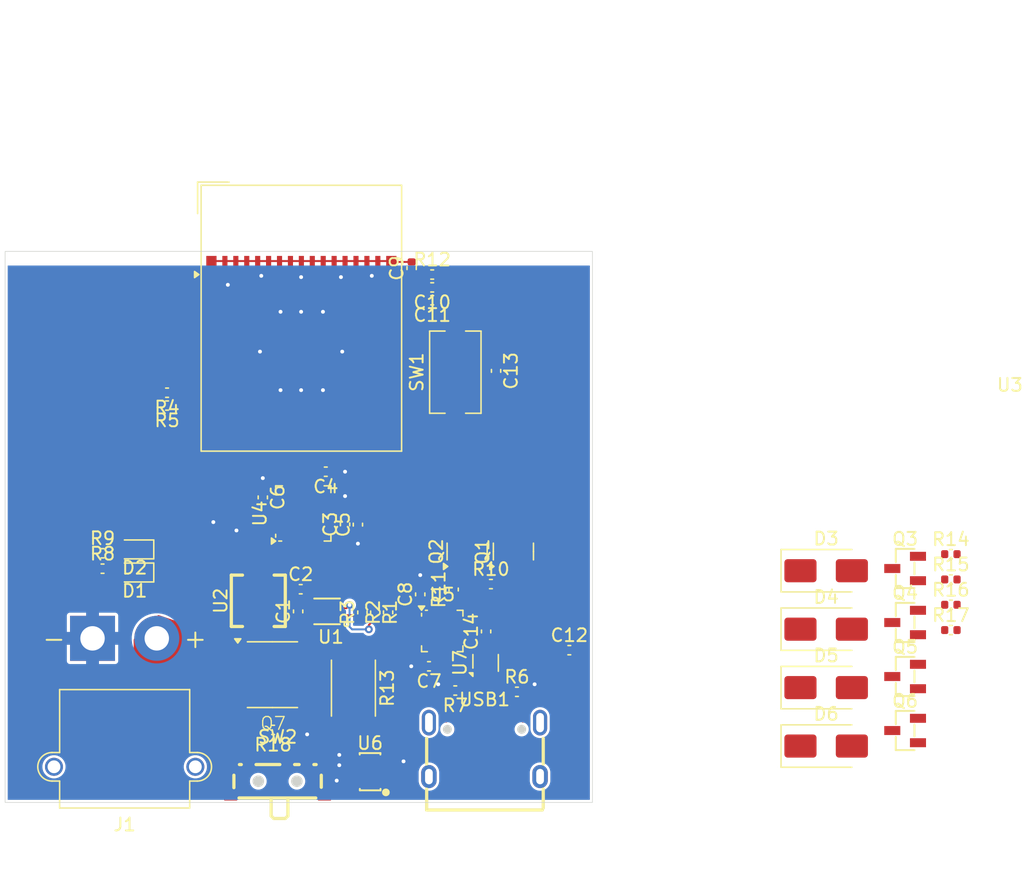
<source format=kicad_pcb>
(kicad_pcb (version 20241229) (generator "pcbnew") (generator_version "9.0")
  (layers (0 "F.Cu" signal) (2 "B.Cu" signal) (13 "F.Paste" user) (15 "B.Paste" user) (5 "F.SilkS" user "F.Silkscreen") (7 "B.SilkS" user "B.Silkscreen") (1 "F.Mask" user) (3 "B.Mask" user) (25 "Edge.Cuts" user))
  (net 0 "")
  (net 1 "+BATT")
  (net 2 "GND")
  (net 3 "+3V3")
  (net 4 "Net-(U1-FB)")
  (net 5 "Net-(U1-PG)")
  (net 6 "Net-(U1-SW)")
  (net 7 "Net-(U4-REGOUT)")
  (net 8 "Net-(U4-CPOUT)")
  (net 13 "Net-(D1-A)")
  (net 16 "Net-(D2-A)")
  (net 17 "/MCU/RTS")
  (net 21 "/MCU/CHIP_PU")
  (net 22 "Net-(D4-A)")
  (net 24 "Net-(Q1-B)")
  (net 29 "Net-(D5-A)")
  (net 36 "Net-(D6-A)")
  (net 37 "/MCU/GPIO0")
  (net 40 "/MCU/DTR")
  (net 41 "Net-(Q2-B)")
  (net 44 "/MCU/ESP_SDA")
  (net 45 "/MCU/Motor1_PWM")
  (net 46 "/MCU/ESP_SCL")
  (net 47 "Net-(USB1-CC2)")
  (net 48 "Net-(USB1-CC1)")
  (net 49 "/MCU/ESP_MOSI")
  (net 50 "/MCU/U0RXD")
  (net 51 "/MCU/ESP_SCLK")
  (net 52 "/MCU/ESP_MISO")
  (net 53 "/MCU/ESP_CS")
  (net 54 "/MCU/U0TXD")
  (net 75 "/MCU/D+")
  (net 76 "/MCU/D-")
  (net 84 "/MCU/Motor2_PWM")
  (net 85 "/MCU/Motor3_PWM")
  (net 86 "Net-(D3-A)")
  (net 87 "/MCU/Motor4_PWM")
  (net 90 "Net-(Q7-G)")
  (net 91 "Net-(Q7-D)")
  (net 97 "Net-(USB1-DN1)")
  (net 98 "Net-(USB1-DP1)")
  (net 99 "Net-(J1-+)")
  (footprint "Capacitor_SMD:C_0402_1005Metric" (layer "F.Cu") (at 154.63 64.9 90)
    (property "Reference" "C9")
    (property "Value" "1uF")
  )
  (footprint "Button_Switch_SMD:SW_Tactile_SPST_NO_Straight_CK_PTS636Sx25SMTRLFS" (layer "F.Cu") (at 158.03 73 90)
    (property "Reference" "SW1")
    (property "Value" "SW_Push")
  )
  (footprint "mini_drone:SOT-23-3_L2.9-W1.3-P1.90-LS2.4-BR" (layer "F.Cu") (at 193.03 88.28725)
    (property "Reference" "Q3")
    (property "Value" "AO3400")
  )
  (footprint "LED_SMD:LED_0603_1608Metric" (layer "F.Cu") (at 133.08 86.8 180)
    (property "Reference" "D2")
    (property "Value" "3V3 LED")
  )
  (footprint "Capacitor_SMD:C_0402_1005Metric" (layer "F.Cu") (at 152.8 91.7 90)
    (property "Reference" "R2")
    (property "Value" "162k")
  )
  (footprint "mini_drone:SW-SMD_SSSS811101" (layer "F.Cu") (at 144.2 104.4)
    (property "Reference" "SW2")
    (property "Value" "Slide_switch")
    (fp_poly (pts (xy -1.05385 0.391263) (xy -1.084254 0.277792) (xy -1.142991 0.176057) (xy -1.226057 0.092991) (xy -1.327792 0.034254) (xy -1.441263 0.00385) (xy -1.558737 0.00385) (xy -1.672208 0.034254) (xy -1.773944 0.092991) (xy -1.857009 0.176057) (xy -1.915746 0.277793) (xy -1.94615 0.391263) (xy -1.946149 0.508737) (xy -1.915745 0.622208) (xy -1.857009 0.723943) (xy -1.773944 0.807009) (xy -1.672208 0.865745) (xy -1.558737 0.89615) (xy -1.441263 0.89615) (xy -1.327792 0.865746) (xy -1.226057 0.807009) (xy -1.142991 0.723943) (xy -1.084254 0.622208) (xy -1.05385 0.508737)) (fill yes) (layer "Edge.Cuts"))
    (fp_poly (pts (xy 1.94615 0.391263) (xy 1.915746 0.277793) (xy 1.857009 0.176057) (xy 1.773944 0.092991) (xy 1.672208 0.034254) (xy 1.558737 0.00385) (xy 1.441263 0.00385) (xy 1.327792 0.034254) (xy 1.226057 0.092991) (xy 1.142991 0.176057) (xy 1.084254 0.277792) (xy 1.05385 0.391263) (xy 1.05385 0.508737) (xy 1.084254 0.622208) (xy 1.142991 0.723943) (xy 1.226057 0.807009) (xy 1.327792 0.865746) (xy 1.441263 0.89615) (xy 1.558737 0.89615) (xy 1.672208 0.865745) (xy 1.773944 0.807009) (xy 1.857009 0.723943) (xy 1.915745 0.622208) (xy 1.946149 0.508737)) (fill yes) (layer "Edge.Cuts"))
  )
  (footprint "Capacitor_SMD:C_0402_1005Metric" (layer "F.Cu") (at 158.025 97.786501 180)
    (property "Reference" "R7")
    (property "Value" "5.1k")
  )
  (footprint "Capacitor_SMD:C_0402_1005Metric" (layer "F.Cu") (at 161.2 72.9 -90)
    (property "Reference" "C13")
    (property "Value" "0.1uF")
  )
  (footprint "Package_TO_SOT_SMD:SOT-666" (layer "F.Cu") (at 160.3875 95.636501 90)
    (property "Reference" "U7")
    (property "Value" "USBLC6-2P6")
  )
  (footprint "Capacitor_SMD:C_0402_1005Metric" (layer "F.Cu") (at 143.05 82.75 -90)
    (property "Reference" "C6")
    (property "Value" "2.2nF")
  )
  (footprint "Sensor_Motion:InvenSense_QFN-24_4x4mm_P0.5mm" (layer "F.Cu") (at 146.2 84 90)
    (property "Reference" "U4")
    (property "Value" "MPU-6050")
  )
  (footprint "Capacitor_SMD:C_0402_1005Metric" (layer "F.Cu") (at 135.6 74.6 180)
    (property "Reference" "R4")
    (property "Value" "4.7k")
  )
  (footprint "Capacitor_SMD:C_0402_1005Metric" (layer "F.Cu") (at 145.8 91.625501 90)
    (property "Reference" "C1")
    (property "Value" "10uF")
  )
  (footprint "Capacitor_SMD:C_0402_1005Metric" (layer "F.Cu") (at 162.825 97.886501)
    (property "Reference" "R6")
    (property "Value" "5.1k")
  )
  (footprint "Capacitor_SMD:C_0402_1005Metric" (layer "F.Cu") (at 146 89.9)
    (property "Reference" "C2")
    (property "Value" "22uF")
  )
  (footprint "Sharing_Footprint:AMASS_XT30PW-M" (layer "F.Cu") (at 129.8 93.725 180)
    (property "Reference" "J1")
    (property "Value" "XT30PW-M")
  )
  (footprint "mini_drone:IND-SMD_L4.2-W4.0_SPM4030T" (layer "F.Cu") (at 142.7 90.8 90)
    (property "Reference" "U2")
    (property "Value" "470nH 6.9mΩ")
  )
  (footprint "Capacitor_SMD:C_0402_1005Metric" (layer "F.Cu") (at 157.9 89.92 90)
    (property "Reference" "R11")
    (property "Value" "10k")
  )
  (footprint "Capacitor_SMD:C_0402_1005Metric" (layer "F.Cu") (at 130.58 87.1)
    (property "Reference" "R9")
    (property "Value" "220")
  )
  (footprint "Diode_SMD:D_SMA" (layer "F.Cu") (at 186.885 88.46)
    (property "Reference" "D3")
    (property "Value" "SS34")
  )
  (footprint "Capacitor_SMD:C_0402_1005Metric" (layer "F.Cu") (at 150.45 84.87 90)
    (property "Reference" "C5")
    (property "Value" "0.1uF")
  )
  (footprint "Capacitor_SMD:C_0402_1005Metric" (layer "F.Cu") (at 155.98 95.9 180)
    (property "Reference" "C7")
    (property "Value" "0.1uF")
  )
  (footprint "mini_drone:SOT-23-3_L2.9-W1.3-P1.90-LS2.4-BR" (layer "F.Cu") (at 193.03 100.90075)
    (property "Reference" "Q6")
    (property "Value" "AO3400")
  )
  (footprint "Capacitor_SMD:C_0402_1005Metric" (layer "F.Cu") (at 155.3 90.3 90)
    (property "Reference" "C8")
    (property "Value" "0.1uF")
  )
  (footprint "Capacitor_SMD:C_0402_1005Metric" (layer "F.Cu") (at 196.59 89.14)
    (property "Reference" "R15")
    (property "Value" "10k")
  )
  (footprint "LED_SMD:LED_0603_1608Metric" (layer "F.Cu") (at 133.08 88.6 180)
    (property "Reference" "D1")
    (property "Value" "VBAT LED")
  )
  (footprint "Sharing_Footprint:USB-C-SMD_TYPE-C-16PIN" (layer "F.Cu") (at 160.3 102.111501)
    (property "Reference" "USB1")
    (property "Value" "USB-C 16 Pins")
    (fp_poly (pts (xy -2.542994 -1.350684) (xy -2.566641 -1.438939) (xy -2.612326 -1.518067) (xy -2.676933 -1.582674) (xy -2.75606 -1.628358) (xy -2.844316 -1.652007) (xy -2.935684 -1.652007) (xy -3.023939 -1.628358) (xy -3.103067 -1.582674) (xy -3.167674 -1.518067) (xy -3.213358 -1.438939) (xy -3.237006 -1.350684) (xy -3.237006 -1.259316) (xy -3.213358 -1.171061) (xy -3.167674 -1.091933) (xy -3.103067 -1.027326) (xy -3.023939 -0.981642) (xy -2.935684 -0.957994) (xy -2.844316 -0.957994) (xy -2.756061 -0.981642) (xy -2.676933 -1.027326) (xy -2.612326 -1.091933) (xy -2.566642 -1.171061) (xy -2.542994 -1.259316)) (fill yes) (layer "Edge.Cuts"))
    (fp_poly (pts (xy 3.237006 -1.350684) (xy 3.213358 -1.438939) (xy 3.167674 -1.518067) (xy 3.103067 -1.582674) (xy 3.023939 -1.628358) (xy 2.935684 -1.652007) (xy 2.844316 -1.652007) (xy 2.75606 -1.628358) (xy 2.676933 -1.582674) (xy 2.612326 -1.518067) (xy 2.566641 -1.438939) (xy 2.542994 -1.350684) (xy 2.542994 -1.259316) (xy 2.566642 -1.171061) (xy 2.612326 -1.091933) (xy 2.676933 -1.027326) (xy 2.756061 -0.981642) (xy 2.844316 -0.957994) (xy 2.935684 -0.957994) (xy 3.023939 -0.981642) (xy 3.103067 -1.027326) (xy 3.167674 -1.091933) (xy 3.213358 -1.171061) (xy 3.237006 -1.259316)) (fill yes) (layer "Edge.Cuts"))
  )
  (footprint "Capacitor_SMD:C_0402_1005Metric" (layer "F.Cu") (at 196.59 91.11)
    (property "Reference" "R16")
    (property "Value" "10k")
  )
  (footprint "Capacitor_SMD:C_0402_1005Metric" (layer "F.Cu") (at 135.6 75.6 180)
    (property "Reference" "R5")
    (property "Value" "4.7k")
  )
  (footprint "Capacitor_SMD:C_0402_1005Metric" (layer "F.Cu") (at 156.23 67.4 180)
    (property "Reference" "C11")
    (property "Value" "10uF")
  )
  (footprint "Package_TO_SOT_SMD:SOT-23" (layer "F.Cu") (at 162.55 86.9625 90)
    (property "Reference" "Q1")
    (property "Value" "SS8050")
  )
  (footprint "Capacitor_SMD:C_0402_1005Metric" (layer "F.Cu") (at 196.59 93.08)
    (property "Reference" "R17")
    (property "Value" "10k")
  )
  (footprint "Diode_SMD:D_SMA" (layer "F.Cu") (at 186.885 102.11)
    (property "Reference" "D6")
    (property "Value" "SS34")
  )
  (footprint "Capacitor_SMD:C_0402_1005Metric" (layer "F.Cu") (at 150.8 91.705 90)
    (property "Reference" "R3")
    (property "Value" "1000k")
  )
  (footprint "Capacitor_SMD:C_0402_1005Metric" (layer "F.Cu") (at 149.45 84.85 90)
    (property "Reference" "C3")
    (property "Value" "10nF")
  )
  (footprint "Capacitor_SMD:C_0402_1005Metric" (layer "F.Cu") (at 156.23 66.4 180)
    (property "Reference" "C10")
    (property "Value" "0.1uF")
  )
  (footprint "Package_DFN_QFN:WCH_QFN-16-1EP_3x3mm_P0.5mm_EP1.8x1.8mm" (layer "F.Cu") (at 157.0125 93.15)
    (property "Reference" "U5")
    (property "Value" "CH343P")
  )
  (footprint "Resistor_SMD:R_2512_6332Metric" (layer "F.Cu") (at 150.1 97.6 -90)
    (property "Reference" "R13")
    (property "Value" "10m")
  )
  (footprint "mini_drone:SOT-23-8_L2.9-W1.6-P0.65-LS2.8-BR" (layer "F.Cu") (at 151.4 104.10775)
    (property "Reference" "U6")
    (property "Value" "INA236AIDDFR")
  )
  (footprint "Capacitor_SMD:C_0402_1005Metric" (layer "F.Cu") (at 160.425 93.186501 90)
    (property "Reference" "C14")
    (property "Value" "0.1uF")
  )
  (footprint "Capacitor_SMD:C_0402_1005Metric" (layer "F.Cu") (at 156.23 65.4)
    (property "Reference" "R12")
    (property "Value" "10k")
  )
  (footprint "Capacitor_SMD:C_0402_1005Metric" (layer "F.Cu") (at 130.58 88.3)
    (property "Reference" "R8")
    (property "Value" "510")
  )
  (footprint "Capacitor_SMD:C_0402_1005Metric" (layer "F.Cu") (at 166.9 94.645)
    (property "Reference" "C12")
    (property "Value" "0.1uF")
  )
  (footprint "Capacitor_SMD:C_0402_1005Metric" (layer "F.Cu") (at 143.85 100.852501 180)
    (property "Reference" "R18")
    (property "Value" "10k")
  )
  (footprint "Capacitor_SMD:C_0402_1005Metric" (layer "F.Cu") (at 151.8 91.705 -90)
    (property "Reference" "R1")
    (property "Value" "510k")
  )
  (footprint "Package_TO_SOT_SMD:SOT-23" (layer "F.Cu") (at 158.95 86.9625 90)
    (property "Reference" "Q2")
    (property "Value" "SS8050")
  )
  (footprint "RF_Module:ESP32-S2-MINI-1" (layer "F.Cu") (at 146.05 68.8)
    (property "Reference" "U3")
    (property "Value" "ESP32-S3-MINI-1")
  )
  (footprint "Capacitor_SMD:C_0402_1005Metric" (layer "F.Cu") (at 147.95 80.75 180)
    (property "Reference" "C4")
    (property "Value" "0.1uF")
  )
  (footprint "Diode_SMD:D_SMA" (layer "F.Cu") (at 186.885 93.01)
    (property "Reference" "D4")
    (property "Value" "SS34")
  )
  (footprint "Diode_SMD:D_SMA" (layer "F.Cu") (at 186.885 97.56)
    (property "Reference" "D5")
    (property "Value" "SS34")
  )
  (footprint "mini_drone:VSON-7_L2.0-W2.0-P0.5-TL" (layer "F.Cu") (at 148.275 91.625501 180)
    (property "Reference" "U1")
    (property "Value" "TPS62085RLTR")
  )
  (footprint "Capacitor_SMD:C_0402_1005Metric" (layer "F.Cu") (at 196.59 87.17)
    (property "Reference" "R14")
    (property "Value" "10k")
  )
  (footprint "Capacitor_SMD:C_0402_1005Metric" (layer "F.Cu") (at 160.8 89.5)
    (property "Reference" "R10")
    (property "Value" "10k")
  )
  (footprint "mini_drone:SOT-23-3_L2.9-W1.3-P1.90-LS2.4-BR" (layer "F.Cu") (at 193.03 92.49175)
    (property "Reference" "Q4")
    (property "Value" "AO3400")
  )
  (footprint "mini_drone:AO4407A" (layer "F.Cu") (at 143.85 100.852501)
    (property "Reference" "Q7")
    (property "Value" "AO4407A")
  )
  (footprint "mini_drone:SOT-23-3_L2.9-W1.3-P1.90-LS2.4-BR" (layer "F.Cu") (at 193.03 96.69625)
    (property "Reference" "Q5")
    (property "Value" "AO3400")
  )
  (gr_rect (start 123 63.6) (end 168.7 106.5) (stroke (width 0.05)) (fill no) (layer "Edge.Cuts"))
  (segment (start 154.6 102) (end 153.8 101.2) (width 0.2) (layer "F.Cu") (net 1))
  (segment (start 153.8 101.2) (end 153.8 98.3375) (width 0.2) (layer "F.Cu") (net 1))
  (segment (start 158.058006 99.894507) (end 158.058006 101.141994) (width 0.2) (layer "F.Cu") (net 1))
  (segment (start 150.09 94.6475) (end 150.1 94.6375) (width 0.2) (layer "F.Cu") (net 1))
  (segment (start 162.7 100.3) (end 161 102) (width 0.2) (layer "F.Cu") (net 1))
  (segment (start 160.3875 94.711501) (end 160.3875 93.704001) (width 0.15) (layer "F.Cu") (net 1))
  (segment (start 158.058006 101.141994) (end 157.2 102) (width 0.2) (layer "F.Cu") (net 1))
  (segment (start 161 102) (end 156.5 102) (width 0.2) (layer "F.Cu") (net 1))
  (segment (start 157.9 99.736501) (end 158.058006 99.894507) (width 0.2) (layer "F.Cu") (net 1))
  (segment (start 153.96725 104.43275) (end 154.6 103.8) (width 0.2) (layer "F.Cu") (net 1))
  (segment (start 160.3875 93.704001) (end 160.425 93.666501) (width 0.15) (layer "F.Cu") (net 1))
  (segment (start 153.8 98.3375) (end 150.1 94.6375) (width 0.2) (layer "F.Cu") (net 1))
  (segment (start 162.7 99.736501) (end 162.7 100.3) (width 0.2) (layer "F.Cu") (net 1))
  (segment (start 152.626 104.43275) (end 153.96725 104.43275) (width 0.2) (layer "F.Cu") (net 1))
  (segment (start 157.2 102) (end 156.5 102) (width 0.2) (layer "F.Cu") (net 1))
  (segment (start 156.5 102) (end 154.6 102) (width 0.2) (layer "F.Cu") (net 1))
  (segment (start 154.6 103.8) (end 154.6 102) (width 0.2) (layer "F.Cu") (net 1))
  (segment (start 150.174 104.43275) (end 149.16725 104.43275) (width 0.15) (layer "F.Cu") (net 2))
  (segment (start 157.545 97.786501) (end 157.186501 97.786501) (width 0.15) (layer "F.Cu") (net 2))
  (segment (start 146.45 101.25) (end 146.5 101.2) (width 0.15) (layer "F.Cu") (net 2))
  (segment (start 150.45 85.35) (end 150.45 86.35) (width 0.15) (layer "F.Cu") (net 2))
  (segment (start 149.45 84.37) (end 149.47 84.37) (width 0.15) (layer "F.Cu") (net 2))
  (segment (start 147.7 69.7) (end 147.7 68.33) (width 0.15) (layer "F.Cu") (net 2))
  (segment (start 144.4 71.35) (end 147.7 71.35) (width 0.15) (layer "F.Cu") (net 2))
  (segment (start 148.15 84.25) (end 149.27 84.25) (width 0.15) (layer "F.Cu") (net 2))
  (segment (start 146.05 68.32) (end 146.03 68.3) (width 0.15) (layer "F.Cu") (net 2))
  (segment (start 139.05 66.25) (end 139.05 64.35) (width 0.15) (layer "F.Cu") (net 2))
  (segment (start 153.51725 103.78275) (end 154 103.3) (width 0.15) (layer "F.Cu") (net 2))
  (segment (start 142.65 65.22) (end 142.93 65.5) (width 0.15) (layer "F.Cu") (net 2))
  (segment (start 146.05 74.38) (end 146.03 74.4) (width 0.15) (layer "F.Cu") (net 2))
  (segment (start 157.1 98.131501) (end 157.445 97.786501) (width 0.15) (layer "F.Cu") (net 2))
  (segment (start 163.305 97.695) (end 163.305 97.886501) (width 0.15) (layer "F.Cu") (net 2))
  (segment (start 152.626 103.78275) (end 153.51725 103.78275) (width 0.15) (layer "F.Cu") (net 2))
  (segment (start 163.5 98.081501) (end 163.305 97.886501) (width 0.15) (layer "F.Cu") (net 2))
  (segment (start 146.05 65.58) (end 146.03 65.6) (width 0.15) (layer "F.Cu") (net 2))
  (segment (start 142.88 71.35) (end 142.83 71.4) (width 0.15) (layer "F.Cu") (net 2))
  (segment (start 149.45 83.15) (end 149.35 83.25) (width 0.15) (layer "F.Cu") (net 2))
  (segment (start 148.43 80.75) (end 149.45 80.75) (width 0.15) (layer "F.Cu") (net 2))
  (segment (start 140.28 66.25) (end 140.33 66.2) (width 0.15) (layer "F.Cu") (net 2))
  (segment (start 147.7 73) (end 147.7 74.37) (width 0.15) (layer "F.Cu") (net 2))
  (segment (start 149.35 83.25) (end 148.15 83.25) (width 0.15) (layer "F.Cu") (net 2))
  (segment (start 142.65 64.35) (end 142.65 65.22) (width 0.15) (layer "F.Cu") (net 2))
  (segment (start 147.7 68.33) (end 147.73 68.3) (width 0.15) (layer "F.Cu") (net 2))
  (segment (start 149.45 64.35) (end 149.45 65.28) (width 0.15) (layer "F.Cu") (net 2))
  (segment (start 149.16725 104.43275) (end 148.8 104.8) (width 0.15) (layer "F.Cu") (net 2))
  (segment (start 153.12 64.42) (end 153.05 64.35) (width 0.15) (layer "F.Cu") (net 2))
  (segment (start 147.7 74.37) (end 147.73 74.4) (width 0.15) (layer "F.Cu") (net 2))
  (segment (start 144.4 74.37) (end 144.4 73) (width 0.15) (layer "F.Cu") (net 2))
  (segment (start 149.47 84.37) (end 150.45 85.35) (width 0.15) (layer "F.Cu") (net 2))
  (segment (start 143.05 82.27) (end 143.05 81.25) (width 0.15) (layer "F.Cu") (net 2))
  (segment (start 163.5 99.736501) (end 163.5 98.081501) (width 0.15) (layer "F.Cu") (net 2))
  (segment (start 147.7 71.35) (end 149.18 71.35) (width 0.15) (layer "F.Cu") (net 2))
  (segment (start 149.45 65.28) (end 149.13 65.6) (width 0.15) (layer "F.Cu") (net 2))
  (segment (start 152 65.03) (end 151.53 65.5) (width 0.15) (layer "F.Cu") (net 2))
  (segment (start 146.05 73) (end 146.05 74.38) (width 0.15) (layer "F.Cu") (net 2))
  (segment (start 144.4 69.7) (end 144.4 68.33) (width 0.15) (layer "F.Cu") (net 2))
  (segment (start 146.45 102.85) (end 146.45 101.25) (width 0.15) (layer "F.Cu") (net 2))
  (segment (start 154.63 64.42) (end 153.12 64.42) (width 0.15) (layer "F.Cu") (net 2))
  (segment (start 157.1 99.736501) (end 157.1 98.131501) (width 0.15) (layer "F.Cu") (net 2))
  (segment (start 144.4 71.35) (end 142.88 71.35) (width 0.15) (layer "F.Cu") (net 2))
  (segment (start 146.05 69.7) (end 146.05 68.32) (width 0.15) (layer "F.Cu") (net 2))
  (segment (start 163.7 97.3) (end 163.305 97.695) (width 0.15) (layer "F.Cu") (net 2))
  (segment (start 157.186501 97.786501) (end 156.7 97.3) (width 0.15) (layer "F.Cu") (net 2))
  (segment (start 149.18 71.35) (end 149.23 71.4) (width 0.15) (layer "F.Cu") (net 2))
  (segment (start 143.05 82.27) (end 144.73 82.27) (width 0.15) (layer "F.Cu") (net 2))
  (segment (start 158.03 76.875) (end 161.2 73.705) (width 0.15) (layer "F.Cu") (net 2))
  (segment (start 155.5 95.9) (end 154.6 95.9) (width 0.15) (layer "F.Cu") (net 2))
  (segment (start 149.45 82.65) (end 149.45 83.15) (width 0.15) (layer "F.Cu") (net 2))
  (segment (start 161.2 73.705) (end 161.2 73.38) (width 0.15) (layer "F.Cu") (net 2))
  (segment (start 155.75 67.4) (end 155.75 66.4) (width 0.15) (layer "F.Cu") (net 2))
  (segment (start 164.2 97.3) (end 163.7 97.3) (width 0.15) (layer "F.Cu") (net 2))
  (segment (start 152 64.35) (end 152 65.03) (width 0.15) (layer "F.Cu") (net 2))
  (segment (start 146.05 64.35) (end 146.05 65.58) (width 0.15) (layer "F.Cu") (net 2))
  (segment (start 139.05 66.25) (end 140.28 66.25) (width 0.15) (layer "F.Cu") (net 2))
  (segment (start 144.73 82.27) (end 144.95 82.05) (width 0.15) (layer "F.Cu") (net 2))
  (segment (start 155.3 89.82) (end 155.3 88.8) (width 0.15) (layer "F.Cu") (net 2))
  (segment (start 153.05 67.95) (end 153.05 67.1) (width 0.15) (layer "F.Cu") (net 2))
  (segment (start 139.05 64.35) (end 153.05 64.35) (width 0.15) (layer "F.Cu") (net 2))
  (segment (start 156.7625 92.9) (end 157.0125 93.15) (width 0.15) (layer "F.Cu") (net 2))
  (segment (start 144.43 74.4) (end 144.4 74.37) (width 0.15) (layer "F.Cu") (net 2))
  (segment (start 144.4 68.33) (end 144.43 68.3) (width 0.15) (layer "F.Cu") (net 2))
  (segment (start 155.525 92.9) (end 156.7625 92.9) (width 0.15) (layer "F.Cu") (net 2))
  (via (at 149.45 82.65) (size 0.6) (drill 0.3) (layers "F.Cu" "B.Cu") (net 2))
  (via (at 144.43 68.3) (size 0.6) (drill 0.3) (layers "F.Cu" "B.Cu") (net 2))
  (via (at 142.83 71.4) (size 0.6) (drill 0.3) (layers "F.Cu" "B.Cu") (net 2))
  (via (at 142.93 65.5) (size 0.6) (drill 0.3) (layers "F.Cu" "B.Cu") (net 2))
  (via (at 148.8 104.8) (size 0.6) (drill 0.3) (layers "F.Cu" "B.Cu") (net 2))
  (via (at 149.13 65.6) (size 0.6) (drill 0.3) (layers "F.Cu" "B.Cu") (net 2))
  (via (at 143.05 81.25) (size 0.6) (drill 0.3) (layers "F.Cu" "B.Cu") (net 2))
  (via (at 146.03 74.4) (size 0.6) (drill 0.3) (layers "F.Cu" "B.Cu") (net 2))
  (via (at 155.3 88.8) (size 0.6) (drill 0.3) (layers "F.Cu" "B.Cu") (net 2))
  (via (at 146.5 101.2) (size 0.6) (drill 0.3) (layers "F.Cu" "B.Cu") (net 2))
  (via (at 151.53 65.5) (size 0.6) (drill 0.3) (layers "F.Cu" "B.Cu") (net 2))
  (via (at 164.2 97.3) (size 0.6) (drill 0.3) (layers "F.Cu" "B.Cu") (net 2))
  (via (at 149.45 80.75) (size 0.6) (drill 0.3) (layers "F.Cu" "B.Cu") (net 2))
  (via (at 154 103.3) (size 0.6) (drill 0.3) (layers "F.Cu" "B.Cu") (net 2))
  (via (at 146.03 65.6) (size 0.6) (drill 0.3) (layers "F.Cu" "B.Cu") (net 2))
  (via (at 149.23 71.4) (size 0.6) (drill 0.3) (layers "F.Cu" "B.Cu") (net 2))
  (via (at 147.73 68.3) (size 0.6) (drill 0.3) (layers "F.Cu" "B.Cu") (net 2))
  (via (at 146.03 68.3) (size 0.6) (drill 0.3) (layers "F.Cu" "B.Cu") (net 2))
  (via (at 144.43 74.4) (size 0.6) (drill 0.3) (layers "F.Cu" "B.Cu") (net 2))
  (via (at 140.33 66.2) (size 0.6) (drill 0.3) (layers "F.Cu" "B.Cu") (net 2))
  (via (at 154.6 95.9) (size 0.6) (drill 0.3) (layers "F.Cu" "B.Cu") (net 2))
  (via (at 156.7 97.3) (size 0.6) (drill 0.3) (layers "F.Cu" "B.Cu") (net 2))
  (via (at 147.73 74.4) (size 0.6) (drill 0.3) (layers "F.Cu" "B.Cu") (net 2))
  (via (at 150.45 86.35) (size 0.6) (drill 0.3) (layers "F.Cu" "B.Cu") (net 2))
  (segment (start 149.5 90.325) (end 150.2 90.325) (width 0.2) (layer "F.Cu") (net 3))
  (segment (start 154.551 93.051) (end 154.551 91.049) (width 0.15) (layer "F.Cu") (net 3))
  (segment (start 150.78 91.205) (end 150.8 91.225) (width 0.2) (layer "F.Cu") (net 3))
  (segment (start 147.45 82.05) (end 147.45 80.77) (width 0.15) (layer "F.Cu") (net 3))
  (segment (start 155.3 92.175) (end 155.3 90.78) (width 0.15) (layer "F.Cu") (net 3))
  (segment (start 154.9 90.7) (end 155.22 90.7) (width 0.15) (layer "F.Cu") (net 3))
  (segment (start 148.15 84.75) (end 148.87 84.75) (width 0.15) (layer "F.Cu") (net 3))
  (segment (start 156.46 95.9) (end 156.7625 95.5975) (width 0.15) (layer "F.Cu") (net 3))
  (segment (start 148.949 90.876) (end 149.5 90.325) (width 0.2) (layer "F.Cu") (net 3))
  (segment (start 150.8 91.225) (end 151.8 91.225) (width 0.2) (layer "F.Cu") (net 3))
  (segment (start 154.9 93.4) (end 154.551 93.051) (width 0.15) (layer "F.Cu") (net 3))
  (segment (start 155.22 90.7) (end 155.3 90.78) (width 0.15) (layer "F.Cu") (net 3))
  (segment (start 154.551 91.049) (end 154.9 90.7) (width 0.15) (layer "F.Cu") (net 3))
  (segment (start 148.87 84.75) (end 149.45 85.33) (width 0.15) (layer "F.Cu") (net 3))
  (segment (start 150.2 90.325) (end 150.78 90.905) (width 0.2) (layer "F.Cu") (net 3))
  (segment (start 150.78 90.905) (end 150.78 91.205) (width 0.2) (layer "F.Cu") (net 3))
  (segment (start 155.525 93.4) (end 154.9 93.4) (width 0.15) (layer "F.Cu") (net 3))
  (segment (start 156.7625 95.5975) (end 156.7625 94.6375) (width 0.15) (layer "F.Cu") (net 3))
  (segment (start 135.12 75.6) (end 135.12 74.6) (width 0.15) (layer "F.Cu") (net 3))
  (segment (start 155.525 92.4) (end 155.3 92.175) (width 0.15) (layer "F.Cu") (net 3))
  (segment (start 147.45 80.77) (end 147.47 80.75) (width 0.15) (layer "F.Cu") (net 3))
  (segment (start 151.8 92.185) (end 152.8 92.185) (width 0.15) (layer "F.Cu") (net 4))
  (segment (start 148.949 91.376001) (end 149.548999 91.376001) (width 0.15) (layer "F.Cu") (net 4))
  (segment (start 151.3 93.025) (end 151.3 92.685) (width 0.15) (layer "F.Cu") (net 4))
  (segment (start 151.3 92.685) (end 151.8 92.185) (width 0.15) (layer "F.Cu") (net 4))
  (segment (start 149.548999 91.376001) (end 149.8 91.125) (width 0.15) (layer "F.Cu") (net 4))
  (via (at 149.8 91.125) (size 0.6) (drill 0.3) (layers "F.Cu" "B.Cu") (net 4))
  (via (at 151.3 93.025) (size 0.6) (drill 0.3) (layers "F.Cu" "B.Cu") (net 4))
  (segment (start 149.8 92.825) (end 150 93.025) (width 0.15) (layer "B.Cu") (net 4))
  (segment (start 149.8 91.125) (end 149.8 92.825) (width 0.15) (layer "B.Cu") (net 4))
  (segment (start 150 93.025) (end 151.3 93.025) (width 0.15) (layer "B.Cu") (net 4))
  (segment (start 149.024 91.949001) (end 150.564001 91.949001) (width 0.2) (layer "F.Cu") (net 5))
  (segment (start 148.949 91.874001) (end 149.024 91.949001) (width 0.2) (layer "F.Cu") (net 5))
  (segment (start 150.564001 91.949001) (end 150.8 92.185) (width 0.2) (layer "F.Cu") (net 5))
  (segment (start 143.510499 90.589501) (end 142.7 91.4) (width 0.15) (layer "F.Cu") (net 6))
  (segment (start 146.699999 91.625001) (end 146.5 91.425002) (width 0.15) (layer "F.Cu") (net 6))
  (segment (start 146.289501 90.589501) (end 143.510499 90.589501) (width 0.15) (layer "F.Cu") (net 6))
  (segment (start 146.5 90.8) (end 146.289501 90.589501) (width 0.15) (layer "F.Cu") (net 6))
  (segment (start 142.7 91.4) (end 142.7 92.4) (width 0.15) (layer "F.Cu") (net 6))
  (segment (start 146.5 91.425002) (end 146.5 90.8) (width 0.15) (layer "F.Cu") (net 6))
  (segment (start 147.599999 91.625001) (end 146.699999 91.625001) (width 0.15) (layer "F.Cu") (net 6))
  (segment (start 149.81 83.75) (end 150.45 84.39) (width 0.15) (layer "F.Cu") (net 7))
  (segment (start 148.15 83.75) (end 149.81 83.75) (width 0.15) (layer "F.Cu") (net 7))
  (segment (start 144.25 83.25) (end 143.07 83.25) (width 0.15) (layer "F.Cu") (net 8))
  (segment (start 143.07 83.25) (end 143.05 83.23) (width 0.15) (layer "F.Cu") (net 8))
  (segment (start 163.5 87.9) (end 162.944112 87.9) (width 0.15) (layer "F.Cu") (net 17))
  (segment (start 161.930612 86.8865) (end 159.432611 86.8865) (width 0.15) (layer "F.Cu") (net 17))
  (segment (start 162.944112 87.9) (end 161.930612 86.8865) (width 0.15) (layer "F.Cu") (net 17))
  (segment (start 159 89.9) (end 158.5 90.4) (width 0.15) (layer "F.Cu") (net 17))
  (segment (start 159 87.319111) (end 159 89.9) (width 0.15) (layer "F.Cu") (net 17))
  (segment (start 158.5 90.4) (end 157.9 90.4) (width 0.15) (layer "F.Cu") (net 17))
  (segment (start 159.432611 86.8865) (end 159 87.319111) (width 0.15) (layer "F.Cu") (net 17))
  (segment (start 157.7625 90.5375) (end 157.9 90.4) (width 0.15) (layer "F.Cu") (net 17))
  (segment (start 157.7625 91.6625) (end 157.7625 90.5375) (width 0.15) (layer "F.Cu") (net 17))
  (segment (start 154.61 65.4) (end 154.63 65.38) (width 0.15) (layer "F.Cu") (net 21))
  (segment (start 158.03 69.25) (end 161.2 72.42) (width 0.15) (layer "F.Cu") (net 21))
  (segment (start 154.63 68) (end 154.63 65.38) (width 0.15) (layer "F.Cu") (net 21))
  (segment (start 158.03 69.125) (end 155.755 69.125) (width 0.15) (layer "F.Cu") (net 21))
  (segment (start 155.73 65.38) (end 155.75 65.4) (width 0.15) (layer "F.Cu") (net 21))
  (segment (start 153.05 65.4) (end 154.61 65.4) (width 0.15) (layer "F.Cu") (net 21))
  (segment (start 158.03 69.125) (end 158.03 69.25) (width 0.15) (layer "F.Cu") (net 21))
  (segment (start 155.755 69.125) (end 154.63 68) (width 0.15) (layer "F.Cu") (net 21))
  (segment (start 154.63 65.38) (end 155.73 65.38) (width 0.15) (layer "F.Cu") (net 21))
  (segment (start 161.08 88.42) (end 161.6 87.9) (width 0.15) (layer "F.Cu") (net 24))
  (segment (start 161.08 89.5) (end 161.08 88.42) (width 0.15) (layer "F.Cu") (net 24))
  (segment (start 160.32 88.32) (end 159.9 87.9) (width 0.15) (layer "F.Cu") (net 40))
  (segment (start 160.12 89.5) (end 160.32 89.3) (width 0.15) (layer "F.Cu") (net 40))
  (segment (start 160.32 89.3) (end 160.32 88.32) (width 0.15) (layer "F.Cu") (net 40))
  (segment (start 158.5 92.4) (end 160.32 90.58) (width 0.15) (layer "F.Cu") (net 40))
  (segment (start 160.32 90.58) (end 160.32 89.5) (width 0.15) (layer "F.Cu") (net 40))
  (segment (start 157.9 89.44) (end 157.9 88) (width 0.15) (layer "F.Cu") (net 41))
  (segment (start 157.9 88) (end 158 87.9) (width 0.15) (layer "F.Cu") (net 41))
  (segment (start 141 85.325) (end 141.075 85.25) (width 0.15) (layer "F.Cu") (net 44))
  (segment (start 141.075 85.25) (end 144.25 85.25) (width 0.15) (layer "F.Cu") (net 44))
  (segment (start 141 85.325) (end 137.925 85.325) (width 0.15) (layer "F.Cu") (net 44))
  (segment (start 134.6 74) (end 135.48 74) (width 0.15) (layer "F.Cu") (net 44))
  (segment (start 134.1 81.5) (end 134.1 74.5) (width 0.15) (layer "F.Cu") (net 44))
  (segment (start 150.174 103.78275) (end 149.18275 103.78275) (width 0.15) (layer "F.Cu") (net 44))
  (segment (start 135.48 74) (end 136.08 74.6) (width 0.15) (layer "F.Cu") (net 44))
  (segment (start 136.08 74.6) (end 138.9 74.6) (width 0.15) (layer "F.Cu") (net 44))
  (segment (start 137.925 85.325) (end 134.1 81.5) (width 0.15) (layer "F.Cu") (net 44))
  (segment (start 138.9 74.6) (end 139.05 74.75) (width 0.15) (layer "F.Cu") (net 44))
  (segment (start 134.1 74.5) (end 134.6 74) (width 0.15) (layer "F.Cu") (net 44))
  (segment (start 149.18275 103.78275) (end 149 103.6) (width 0.15) (layer "F.Cu") (net 44))
  (via (at 141 85.325) (size 0.6) (drill 0.3) (layers "F.Cu" "B.Cu") (net 44))
  (via (at 149 103.6) (size 0.6) (drill 0.3) (layers "F.Cu" "B.Cu") (net 44))
  (segment (start 143.7 100.8) (end 128.603612 100.8) (width 0.15) (layer "B.Cu") (net 44))
  (segment (start 131.799 84.099) (end 139.774 84.099) (width 0.15) (layer "B.Cu") (net 44))
  (segment (start 139.774 84.099) (end 141 85.325) (width 0.15) (layer "B.Cu") (net 44))
  (segment (start 128.603612 100.8) (end 126.1 98.296388) (width 0.15) (layer "B.Cu") (net 44))
  (segment (start 126.1 98.296388) (end 126.1 98) (width 0.15) (layer "B.Cu") (net 44))
  (segment (start 131.454612 84.349) (end 131.549 84.349) (width 0.15) (layer "B.Cu") (net 44))
  (segment (start 146.5 103.6) (end 143.7 100.8) (width 0.15) (layer "B.Cu") (net 44))
  (segment (start 126.1 89.703612) (end 131.454612 84.349) (width 0.15) (layer "B.Cu") (net 44))
  (segment (start 131.549 84.349) (end 131.799 84.099) (width 0.15) (layer "B.Cu") (net 44))
  (segment (start 126.1 98) (end 126.1 89.703612) (width 0.15) (layer "B.Cu") (net 44))
  (segment (start 149 103.6) (end 146.5 103.6) (width 0.15) (layer "B.Cu") (net 44))
  (segment (start 136.08 82.98) (end 136.08 75.6) (width 0.15) (layer "F.Cu") (net 46))
  (segment (start 150.174 103.13275) (end 149.84125 102.8) (width 0.15) (layer "F.Cu") (net 46))
  (segment (start 136.08 75.6) (end 139.05 75.6) (width 0.15) (layer "F.Cu") (net 46))
  (segment (start 144.25 84.75) (end 139.15 84.75) (width 0.15) (layer "F.Cu") (net 46))
  (segment (start 137.775 84.675) (end 136.08 82.98) (width 0.15) (layer "F.Cu") (net 46))
  (segment (start 149.84125 102.8) (end 149 102.8) (width 0.15) (layer "F.Cu") (net 46))
  (segment (start 139.2 84.675) (end 137.775 84.675) (width 0.15) (layer "F.Cu") (net 46))
  (via (at 149 102.8) (size 0.6) (drill 0.3) (layers "F.Cu" "B.Cu") (net 46))
  (via (at 139.2 84.675) (size 0.6) (drill 0.3) (layers "F.Cu" "B.Cu") (net 46))
  (segment (start 126.5 98.2) (end 126.5 89.8) (width 0.15) (layer "B.Cu") (net 46))
  (segment (start 139.175 84.7) (end 139.2 84.675) (width 0.15) (layer "B.Cu") (net 46))
  (segment (start 126.5 89.8) (end 131.6 84.7) (width 0.15) (layer "B.Cu") (net 46))
  (segment (start 128.5 100.2) (end 126.5 98.2) (width 0.15) (layer "B.Cu") (net 46))
  (segment (start 146.4 100.2) (end 128.5 100.2) (width 0.15) (layer "B.Cu") (net 46))
  (segment (start 149 102.8) (end 146.4 100.2) (width 0.15) (layer "B.Cu") (net 46))
  (segment (start 131.6 84.7) (end 139.175 84.7) (width 0.15) (layer "B.Cu") (net 46))
  (segment (start 162.049999 99.736501) (end 162.049999 98.181502) (width 0.15) (layer "F.Cu") (net 47))
  (segment (start 162.049999 98.181502) (end 162.345 97.886501) (width 0.15) (layer "F.Cu") (net 47))
  (segment (start 159.05 99.736501) (end 159.05 98.431501) (width 0.15) (layer "F.Cu") (net 48))
  (segment (start 159.05 98.431501) (end 158.405 97.786501) (width 0.15) (layer "F.Cu") (net 48))
  (segment (start 157.6 95.4) (end 157.2625 95.0625) (width 0.15) (layer "F.Cu") (net 75))
  (segment (start 160.925 95.175) (end 160.7 95.4) (width 0.15) (layer "F.Cu") (net 75))
  (segment (start 160.925 94.786501) (end 160.925 95.175) (width 0.15) (layer "F.Cu") (net 75))
  (segment (start 157.2625 95.0625) (end 157.2625 94.6375) (width 0.15) (layer "F.Cu") (net 75))
  (segment (start 160.7 95.4) (end 157.6 95.4) (width 0.15) (layer "F.Cu") (net 75))
  (segment (start 157.911501 94.786501) (end 157.7625 94.6375) (width 0.15) (layer "F.Cu") (net 76))
  (segment (start 159.85 94.786501) (end 157.911501 94.786501) (width 0.15) (layer "F.Cu") (net 76))
  (segment (start 144 101.6) (end 141.7 101.6) (width 0.2) (layer "F.Cu") (net 90))
  (segment (start 144.950001 102.85) (end 144.950001 101.250001) (width 0.2) (layer "F.Cu") (net 90))
  (segment (start 141.7 101.6) (end 141.175 101.075) (width 0.2) (layer "F.Cu") (net 90))
  (segment (start 144.950001 101.250001) (end 144.552501 100.852501) (width 0.2) (layer "F.Cu") (net 90))
  (segment (start 144.33 101.27) (end 144 101.6) (width 0.2) (layer "F.Cu") (net 90))
  (segment (start 144.33 100.852501) (end 144.33 101.27) (width 0.2) (layer "F.Cu") (net 90))
  (segment (start 144.552501 100.852501) (end 144.33 100.852501) (width 0.2) (layer "F.Cu") (net 90))
  (segment (start 141.175 101.075) (end 141.175 98.457501) (width 0.2) (layer "F.Cu") (net 90))
  (segment (start 151.8 105.08275) (end 151.5 104.78275) (width 0.2) (layer "F.Cu") (net 91))
  (segment (start 151.5 104.78275) (end 151.5 101.9625) (width 0.2) (layer "F.Cu") (net 91))
  (segment (start 152.626 105.08275) (end 151.8 105.08275) (width 0.2) (layer "F.Cu") (net 91))
  (segment (start 150.1 100.5625) (end 148.529999 100.5625) (width 1.5) (layer "F.Cu") (net 91))
  (segment (start 151.5 101.9625) (end 150.1 100.5625) (width 0.2) (layer "F.Cu") (net 91))
  (segment (start 148.529999 100.5625) (end 146.425 98.457501) (width 1.5) (layer "F.Cu") (net 91))
  (segment (start 146.425 98.457501) (end 146.425 94.6475) (width 1.5) (layer "F.Cu") (net 91))
  (segment (start 159.55 99.7365) (end 159.55 96.786501) (width 0.15) (layer "F.Cu") (net 97))
  (segment (start 159.55 99.7365) (end 159.55 98.961501) (width 0.15) (layer "F.Cu") (net 97))
  (segment (start 159.55 96.786501) (end 159.85 96.486501) (width 0.15) (layer "F.Cu") (net 97))
  (segment (start 159.55 98.961501) (end 159.725 98.786501) (width 0.15) (layer "F.Cu") (net 97))
  (segment (start 160.55 98.911501) (end 160.55 99.736501) (width 0.15) (layer "F.Cu") (net 97))
  (segment (start 160.425 98.786501) (end 160.55 98.911501) (width 0.15) (layer "F.Cu") (net 97))
  (segment (start 159.725 98.786501) (end 160.425 98.786501) (width 0.15) (layer "F.Cu") (net 97))
  (segment (start 161.05 100.561501) (end 161.05 99.7365) (width 0.15) (layer "F.Cu") (net 98))
  (segment (start 160.225 100.786501) (end 160.825 100.786501) (width 0.15) (layer "F.Cu") (net 98))
  (segment (start 160.825 100.786501) (end 161.05 100.561501) (width 0.15) (layer "F.Cu") (net 98))
  (segment (start 161.05 96.611501) (end 160.925 96.486501) (width 0.15) (layer "F.Cu") (net 98))
  (segment (start 160.05 100.611501) (end 160.225 100.786501) (width 0.15) (layer "F.Cu") (net 98))
  (segment (start 161.05 99.7365) (end 161.05 96.611501) (width 0.15) (layer "F.Cu") (net 98))
  (segment (start 160.05 99.736501) (end 160.05 100.611501) (width 0.15) (layer "F.Cu") (net 98))
  (segment (start 142.587501 97.187501) (end 143.37 97.97) (width 0.2) (layer "F.Cu") (net 99))
  (segment (start 141.175 97.187501) (end 142.587501 97.187501) (width 0.2) (layer "F.Cu") (net 99))
  (segment (start 143.37 97.97) (end 143.37 100.852501) (width 0.2) (layer "F.Cu") (net 99))
  (zone (net 1) (net_name "+BATT") (layer "F.Cu") (priority 1) (connect_pads yes (clearance 0.025)) (min_thickness 0.025) (fill yes (thermal_gap 0.25) (thermal_bridge_width 1) (island_removal_mode 1) (island_area_min 10))
    (polygon (pts (xy 152.5 98.125) (xy 152.5 93.625) (xy 149.99375 93.625) (xy 149.5 93.13125) (xy 149.5 92.45) (xy 149.275 92.225) (xy 148.65625 92.225) (xy 148.6 92.16875) (xy 148.6 92.1) (xy 148.425 91.925) (xy 146.3 91.925) (xy 146.302703 91.725) (xy 145.2 91.725) (xy 145.2 92.625) (xy 146.8 92.6625) (xy 147.3625 93.225) (xy 147.75 93.225) (xy 147.9 93.375) (xy 147.9 98.125)))
  )
  (zone (net 6) (net_name "Net-(U1-SW)") (layer "F.Cu") (priority 2) (connect_pads yes (clearance 0.025)) (min_thickness 0.025) (fill yes (thermal_gap 0.25) (thermal_bridge_width 1) (island_removal_mode 1) (island_area_min 10))
    (polygon (pts (xy 144.7 90.6) (xy 144.7 92.9) (xy 140.7 92.9) (xy 140.7 90.6)))
  )
  (zone (net 99) (net_name "Net-(J1-+)") (layer "F.Cu") (connect_pads yes (clearance 0.5)) (min_thickness 0.25) (fill yes (thermal_gap 0.25) (thermal_bridge_width 1))
    (polygon (pts (xy 142 94.3) (xy 134.9 91.9) (xy 133 93.8) (xy 133 96.8) (xy 134 97.8) (xy 142 97.8)))
  )
  (zone (net 2) (net_name "GND") (layer "B.Cu") (priority 3) (connect_pads (clearance 0.025)) (min_thickness 0.025) (fill yes (thermal_gap 0.25) (thermal_bridge_width 1) (island_removal_mode 1) (island_area_min 10))
    (polygon (pts (xy 122.6 64.7) (xy 168.7 64.7) (xy 168.7 106.5) (xy 122.6 106.5)))
  )
)
</source>
